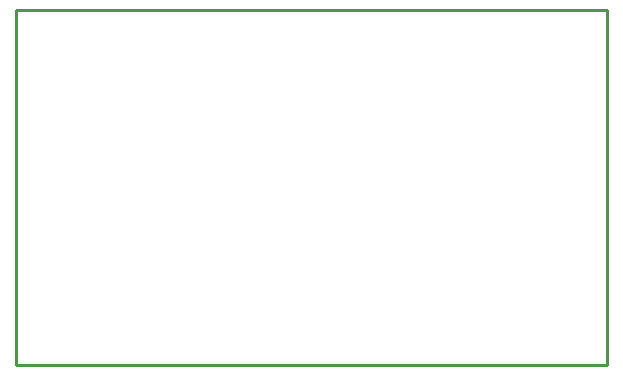
<source format=gko>
G04 Layer: BoardOutlineLayer*
G04 EasyEDA v6.5.51, 2025-10-31 17:09:16*
G04 2a876ee2f8c64fd6b9d8811a9e17b5e1,324dd03f55b54ef1918ba81d68900132,10*
G04 Gerber Generator version 0.2*
G04 Scale: 100 percent, Rotated: No, Reflected: No *
G04 Dimensions in millimeters *
G04 leading zeros omitted , absolute positions ,4 integer and 5 decimal *
%FSLAX45Y45*%
%MOMM*%

%ADD10C,0.2540*%
%ADD11C,0.0113*%
D10*
X499998Y9499980D02*
G01*
X5499988Y9499980D01*
X5499988Y6499987D01*
X499998Y6499987D01*
X499998Y9499980D01*

%LPD*%
M02*

</source>
